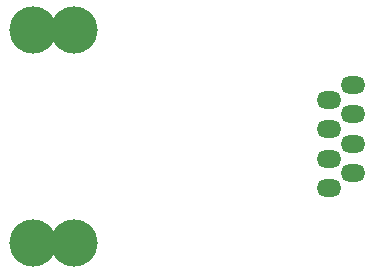
<source format=gbr>
%TF.GenerationSoftware,KiCad,Pcbnew,(6.0.0)*%
%TF.CreationDate,2022-01-12T21:24:23-06:00*%
%TF.ProjectId,Current_Sense,43757272-656e-4745-9f53-656e73652e6b,rev?*%
%TF.SameCoordinates,Original*%
%TF.FileFunction,Soldermask,Bot*%
%TF.FilePolarity,Negative*%
%FSLAX46Y46*%
G04 Gerber Fmt 4.6, Leading zero omitted, Abs format (unit mm)*
G04 Created by KiCad (PCBNEW (6.0.0)) date 2022-01-12 21:24:23*
%MOMM*%
%LPD*%
G01*
G04 APERTURE LIST*
%ADD10C,4.000000*%
%ADD11O,2.100000X1.500000*%
G04 APERTURE END LIST*
D10*
%TO.C,U1*%
X75290000Y-95145001D03*
X78790000Y-77145001D03*
X75290000Y-77145001D03*
X78790000Y-95145001D03*
D11*
X102390000Y-81765001D03*
X102390000Y-84265001D03*
X100390000Y-83015001D03*
X100390000Y-85515001D03*
X102390000Y-86765001D03*
X100390000Y-88015001D03*
X102390000Y-89265001D03*
X100390000Y-90515001D03*
%TD*%
M02*

</source>
